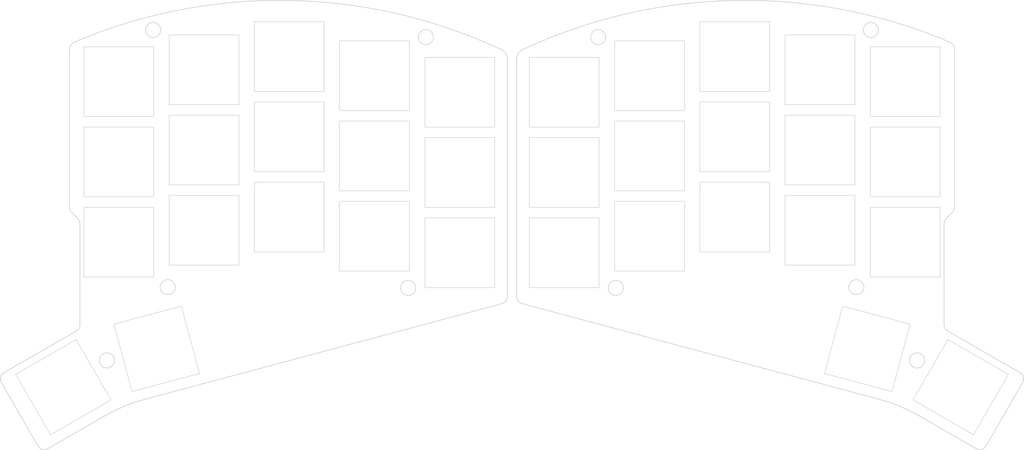
<source format=kicad_pcb>
(kicad_pcb (version 20211014) (generator pcbnew)
  (title_block (title "Kretsträd") (company "by JW"))
  (layers (0 "F.Cu" signal) (31 "B.Cu" signal) (34 "B.Paste" user) (35 "F.Paste" user) (36 "B.SilkS" user "B.Silkscreen") (37 "F.SilkS" user "F.Silkscreen") (38 "B.Mask" user) (39 "F.Mask" user) (44 "Edge.Cuts" user))
  (net 0 "")
  (footprint "jw_custom_footprint:Kailh_socket_PG1350_v1_reversible_cutout_under_switch_plate" (layer "F.Cu") (at 179.477867 97.881934 180)
    (fp_text reference "SW12")
    (fp_text value "SW_PUSH")
    (fp_rect (start -7.4 -7.4) (end 7.4 7.4) (layer "Edge.Cuts") (width 0.12) (fill none))
  )
  (footprint "jw_custom_footprint:MountingHole_3.2mm_M3_cutout" (layer "F.Cu") (at 172.332334 108.853593)
    (fp_text reference "TH3")
    (fp_text value "HOLE")
    (fp_circle (center 0 0) (end 1.6 0) (layer "Edge.Cuts") (width 0.15) (fill none))
  )
  (footprint "jw_custom_footprint:Kailh_socket_PG1350_v1_reversible_cutout_under_switch_plate" (layer "F.Cu") (at 197.562667 76.793934 180)
    (fp_text reference "SW8")
    (fp_text value "SW_PUSH")
    (fp_rect (start -7.4 -7.4) (end 7.4 7.4) (layer "Edge.Cuts") (width 0.12) (fill none))
  )
  (footprint "jw_custom_footprint:Kailh_socket_PG1350_v1_reversible_cutout_under_switch_plate" (layer "F.Cu") (at 179.477867 80.863934 180)
    (fp_text reference "SW7")
    (fp_text value "SW_PUSH")
    (fp_rect (start -7.4 -7.4) (end 7.4 7.4) (layer "Edge.Cuts") (width 0.12) (fill none))
  )
  (footprint "jw_custom_footprint:Kailh_socket_PG1350_v1_reversible_cutout_under_switch_plate" (layer "F.Cu") (at 197.562667 93.811934 180)
    (fp_text reference "SW13")
    (fp_text value "SW_PUSH")
    (fp_rect (start -7.4 -7.4) (end 7.4 7.4) (layer "Edge.Cuts") (width 0.12) (fill none))
  )
  (footprint "jw_custom_footprint:Kailh_socket_PG1350_v1_reversible_cutout_under_switch_plate" (layer "F.Cu") (at 179.477867 63.845934 180)
    (fp_text reference "SW2")
    (fp_text value "SW_PUSH")
    (fp_rect (start -7.4 -7.4) (end 7.4 7.4) (layer "Edge.Cuts") (width 0.12) (fill none))
  )
  (footprint "jw_custom_footprint:Kailh_socket_PG1350_v1_reversible_cutout_under_switch_plate" (layer "F.Cu") (at 161.393067 101.381934 180)
    (fp_text reference "SW11")
    (fp_text value "SW_PUSH")
    (fp_rect (start -7.4 -7.4) (end 7.4 7.4) (layer "Edge.Cuts") (width 0.12) (fill none))
  )
  (footprint "jw_custom_footprint:Kailh_socket_PG1350_v1_reversible_cutout_under_switch_plate" (layer "F.Cu") (at 215.647467 62.575734 180)
    (fp_text reference "SW4")
    (fp_text value "SW_PUSH")
    (fp_rect (start -7.4 -7.4) (end 7.4 7.4) (layer "Edge.Cuts") (width 0.12) (fill none))
  )
  (footprint "jw_custom_footprint:MountingHole_3.2mm_M3_cutout" (layer "F.Cu") (at 223.356528 108.693133)
    (fp_text reference "TH4")
    (fp_text value "HOLE")
    (fp_circle (center 0 0) (end 1.6 0) (layer "Edge.Cuts") (width 0.15) (fill none))
  )
  (footprint "jw_custom_footprint:Kailh_socket_PG1350_v1_reversible_cutout_under_switch_plate" (layer "F.Cu") (at 245.505328 129.902133 -30)
    (fp_text reference "SW17")
    (fp_text value "SW_PUSH")
    (fp_rect (start -7.4 -7.4) (end 7.4 7.4) (layer "Edge.Cuts") (width 0.12) (fill none))
  )
  (footprint "jw_custom_footprint:Kailh_socket_PG1350_v1_reversible_cutout_under_switch_plate" (layer "F.Cu") (at 197.562667 59.775934 180)
    (fp_text reference "SW3")
    (fp_text value "SW_PUSH")
    (fp_rect (start -7.4 -7.4) (end 7.4 7.4) (layer "Edge.Cuts") (width 0.12) (fill none))
  )
  (footprint "jw_custom_footprint:Kailh_socket_PG1350_v1_reversible_cutout_under_switch_plate" (layer "F.Cu") (at 215.647467 96.611934 180)
    (fp_text reference "SW14")
    (fp_text value "SW_PUSH")
    (fp_rect (start -7.4 -7.4) (end 7.4 7.4) (layer "Edge.Cuts") (width 0.12) (fill none))
  )
  (footprint "jw_custom_footprint:Kailh_socket_PG1350_v1_reversible_cutout_under_switch_plate" (layer "F.Cu") (at 215.647467 79.593934 180)
    (fp_text reference "SW9")
    (fp_text value "SW_PUSH")
    (fp_rect (start -7.4 -7.4) (end 7.4 7.4) (layer "Edge.Cuts") (width 0.12) (fill none))
  )
  (footprint "jw_custom_footprint:MountingHole_3.2mm_M3_cutout" (layer "F.Cu") (at 168.598544 55.650187)
    (fp_text reference "TH1")
    (fp_text value "HOLE")
    (fp_circle (center 0 0) (end 1.6 0) (layer "Edge.Cuts") (width 0.15) (fill none))
  )
  (footprint "jw_custom_footprint:Kailh_socket_PG1350_v1_reversible_cutout_under_switch_plate" (layer "F.Cu") (at 161.393067 84.363934 180)
    (fp_text reference "SW6")
    (fp_text value "SW_PUSH")
    (fp_rect (start -7.4 -7.4) (end 7.4 7.4) (layer "Edge.Cuts") (width 0.12) (fill none))
  )
  (footprint "jw_custom_footprint:Kailh_socket_PG1350_v1_reversible_cutout_under_switch_plate" (layer "F.Cu") (at 161.393067 67.345934 180)
    (fp_text reference "SW1")
    (fp_text value "SW_PUSH")
    (fp_rect (start -7.4 -7.4) (end 7.4 7.4) (layer "Edge.Cuts") (width 0.12) (fill none))
  )
  (footprint "jw_custom_footprint:Kailh_socket_PG1350_v1_reversible_cutout_under_switch_plate" (layer "F.Cu") (at 233.732267 99.151534 180)
    (fp_text reference "SW15")
    (fp_text value "SW_PUSH")
    (fp_rect (start -7.4 -7.4) (end 7.4 7.4) (layer "Edge.Cuts") (width 0.12) (fill none))
  )
  (footprint "jw_custom_footprint:MountingHole_3.2mm_M3_cutout" (layer "F.Cu") (at 236.234328 124.237933)
    (fp_text reference "TH5")
    (fp_text value "HOLE")
    (fp_circle (center 0 0) (end 1.6 0) (layer "Edge.Cuts") (width 0.15) (fill none))
  )
  (footprint "jw_custom_footprint:MountingHole_3.2mm_M3_cutout" (layer "F.Cu") (at 226.455328 54.151587)
    (fp_text reference "TH2")
    (fp_text value "HOLE")
    (fp_circle (center 0 0) (end 1.6 0) (layer "Edge.Cuts") (width 0.15) (fill none))
  )
  (footprint "jw_custom_footprint:Kailh_socket_PG1350_v1_reversible_cutout_under_switch_plate" (layer "F.Cu") (at 225.693328 121.774133 -15)
    (fp_text reference "SW16")
    (fp_text value "SW_PUSH")
    (fp_rect (start -7.4 -7.4) (end 7.4 7.4) (layer "Edge.Cuts") (width 0.12) (fill none))
  )
  (footprint "jw_custom_footprint:Kailh_socket_PG1350_v1_reversible_cutout_under_switch_plate" (layer "F.Cu") (at 233.732267 65.115534 180)
    (fp_text reference "SW5")
    (fp_text value "SW_PUSH")
    (fp_rect (start -7.4 -7.4) (end 7.4 7.4) (layer "Edge.Cuts") (width 0.12) (fill none))
  )
  (footprint "jw_custom_footprint:Kailh_socket_PG1350_v1_reversible_cutout_under_switch_plate" (layer "F.Cu") (at 233.732267 82.133534 180)
    (fp_text reference "SW10")
    (fp_text value "SW_PUSH")
    (fp_rect (start -7.4 -7.4) (end 7.4 7.4) (layer "Edge.Cuts") (width 0.12) (fill none))
  )
  (footprint "jw_custom_footprint:MountingHole_3.2mm_M3_cutout" (layer "B.Cu") (at 64.407508 124.237933 180)
    (fp_text reference "TH5")
    (fp_text value "HOLE")
    (fp_circle (center 0 0) (end 1.6 0) (layer "Edge.Cuts") (width 0.15) (fill none))
  )
  (footprint "jw_custom_footprint:Kailh_socket_PG1350_v1_reversible_cutout_under_switch_plate" (layer "B.Cu") (at 74.948508 121.774133 -165)
    (fp_text reference "SW16")
    (fp_text value "SW_PUSH")
    (fp_rect (start -7.4 7.4) (end 7.4 -7.4) (layer "Edge.Cuts") (width 0.12) (fill none))
  )
  (footprint "jw_custom_footprint:Kailh_socket_PG1350_v1_reversible_cutout_under_switch_plate" (layer "B.Cu") (at 121.163969 97.881934)
    (fp_text reference "SW12")
    (fp_text value "SW_PUSH")
    (fp_rect (start -7.4 7.4) (end 7.4 -7.4) (layer "Edge.Cuts") (width 0.12) (fill none))
  )
  (footprint "jw_custom_footprint:Kailh_socket_PG1350_v1_reversible_cutout_under_switch_plate" (layer "B.Cu") (at 66.909569 82.133534)
    (fp_text reference "SW10")
    (fp_text value "SW_PUSH")
    (fp_rect (start -7.4 7.4) (end 7.4 -7.4) (layer "Edge.Cuts") (width 0.12) (fill none))
  )
  (footprint "jw_custom_footprint:Kailh_socket_PG1350_v1_reversible_cutout_under_switch_plate" (layer "B.Cu") (at 121.163969 80.863934)
    (fp_text reference "SW7")
    (fp_text value "SW_PUSH")
    (fp_rect (start -7.4 7.4) (end 7.4 -7.4) (layer "Edge.Cuts") (width 0.12) (fill none))
  )
  (footprint "jw_custom_footprint:Kailh_socket_PG1350_v1_reversible_cutout_under_switch_plate" (layer "B.Cu") (at 103.079169 93.811934)
    (fp_text reference "SW13")
    (fp_text value "SW_PUSH")
    (fp_rect (start -7.4 7.4) (end 7.4 -7.4) (layer "Edge.Cuts") (width 0.12) (fill none))
  )
  (footprint "jw_custom_footprint:MountingHole_3.2mm_M3_cutout" (layer "B.Cu") (at 77.285308 108.693133 180)
    (fp_text reference "TH4")
    (fp_text value "HOLE")
    (fp_circle (center 0 0) (end 1.6 0) (layer "Edge.Cuts") (width 0.15) (fill none))
  )
  (footprint "jw_custom_footprint:MountingHole_3.2mm_M3_cutout" (layer "B.Cu") (at 74.186508 54.151587 180)
    (fp_text reference "TH2")
    (fp_text value "HOLE")
    (fp_circle (center 0 0) (end 1.6 0) (layer "Edge.Cuts") (width 0.15) (fill none))
  )
  (footprint "jw_custom_footprint:Kailh_socket_PG1350_v1_reversible_cutout_under_switch_plate" (layer "B.Cu") (at 121.163969 63.845934)
    (fp_text reference "SW2")
    (fp_text value "SW_PUSH")
    (fp_rect (start -7.4 7.4) (end 7.4 -7.4) (layer "Edge.Cuts") (width 0.12) (fill none))
  )
  (footprint "jw_custom_footprint:Kailh_socket_PG1350_v1_reversible_cutout_under_switch_plate" (layer "B.Cu") (at 84.994369 62.575734)
    (fp_text reference "SW4")
    (fp_text value "SW_PUSH")
    (fp_rect (start -7.4 7.4) (end 7.4 -7.4) (layer "Edge.Cuts") (width 0.12) (fill none))
  )
  (footprint "jw_custom_footprint:Kailh_socket_PG1350_v1_reversible_cutout_under_switch_plate" (layer "B.Cu") (at 66.909569 99.151534)
    (fp_text reference "SW15")
    (fp_text value "SW_PUSH")
    (fp_rect (start -7.4 7.4) (end 7.4 -7.4) (layer "Edge.Cuts") (width 0.12) (fill none))
  )
  (footprint "jw_custom_footprint:Kailh_socket_PG1350_v1_reversible_cutout_under_switch_plate" (layer "B.Cu") (at 103.079169 76.793934)
    (fp_text reference "SW8")
    (fp_text value "SW_PUSH")
    (fp_rect (start -7.4 7.4) (end 7.4 -7.4) (layer "Edge.Cuts") (width 0.12) (fill none))
  )
  (footprint "jw_custom_footprint:MountingHole_3.2mm_M3_cutout" (layer "B.Cu") (at 132.043292 55.650187 180)
    (fp_text reference "TH1")
    (fp_text value "HOLE")
    (fp_circle (center 0 0) (end 1.6 0) (layer "Edge.Cuts") (width 0.15) (fill none))
  )
  (footprint "jw_custom_footprint:MountingHole_3.2mm_M3_cutout" (layer "B.Cu") (at 128.309502 108.853593 180)
    (fp_text reference "TH3")
    (fp_text value "HOLE")
    (fp_circle (center 0 0) (end 1.6 0) (layer "Edge.Cuts") (width 0.15) (fill none))
  )
  (footprint "jw_custom_footprint:Kailh_socket_PG1350_v1_reversible_cutout_under_switch_plate" (layer "B.Cu") (at 139.248769 101.381934)
    (fp_text reference "SW11")
    (fp_text value "SW_PUSH")
    (fp_rect (start -7.4 7.4) (end 7.4 -7.4) (layer "Edge.Cuts") (width 0.12) (fill none))
  )
  (footprint "jw_custom_footprint:Kailh_socket_PG1350_v1_reversible_cutout_under_switch_plate" (layer "B.Cu") (at 66.909569 65.115534)
    (fp_text reference "SW5")
    (fp_text value "SW_PUSH")
    (fp_rect (start -7.4 7.4) (end 7.4 -7.4) (layer "Edge.Cuts") (width 0.12) (fill none))
  )
  (footprint "jw_custom_footprint:Kailh_socket_PG1350_v1_reversible_cutout_under_switch_plate" (layer "B.Cu") (at 84.994369 96.611934)
    (fp_text reference "SW14")
    (fp_text value "SW_PUSH")
    (fp_rect (start -7.4 7.4) (end 7.4 -7.4) (layer "Edge.Cuts") (width 0.12) (fill none))
  )
  (footprint "jw_custom_footprint:Kailh_socket_PG1350_v1_reversible_cutout_under_switch_plate" (layer "B.Cu") (at 139.248769 67.345934)
    (fp_text reference "SW1")
    (fp_text value "SW_PUSH")
    (fp_rect (start -7.4 7.4) (end 7.4 -7.4) (layer "Edge.Cuts") (width 0.12) (fill none))
  )
  (footprint "jw_custom_footprint:Kailh_socket_PG1350_v1_reversible_cutout_under_switch_plate" (layer "B.Cu") (at 84.994369 79.593934)
    (fp_text reference "SW9")
    (fp_text value "SW_PUSH")
    (fp_rect (start -7.4 7.4) (end 7.4 -7.4) (layer "Edge.Cuts") (width 0.12) (fill none))
  )
  (footprint "jw_custom_footprint:Kailh_socket_PG1350_v1_reversible_cutout_under_switch_plate" (layer "B.Cu") (at 139.248769 84.363934)
    (fp_text reference "SW6")
    (fp_text value "SW_PUSH")
    (fp_rect (start -7.4 7.4) (end 7.4 -7.4) (layer "Edge.Cuts") (width 0.12) (fill none))
  )
  (footprint "jw_custom_footprint:Kailh_socket_PG1350_v1_reversible_cutout_under_switch_plate" (layer "B.Cu") (at 55.136508 129.902133 -150)
    (fp_text reference "SW17")
    (fp_text value "SW_PUSH")
    (fp_rect (start -7.4 7.4) (end 7.4 -7.4) (layer "Edge.Cuts") (width 0.12) (fill none))
  )
  (footprint "jw_custom_footprint:Kailh_socket_PG1350_v1_reversible_cutout_under_switch_plate" (layer "B.Cu") (at 103.079169 59.775934)
    (fp_text reference "SW3")
    (fp_text value "SW_PUSH")
    (fp_rect (start -7.4 7.4) (end 7.4 -7.4) (layer "Edge.Cuts") (width 0.12) (fill none))
  )
  (gr_arc (start 258.184817 126.869986) (mid 258.811484 127.752108) (end 258.692344 128.827587) (layer "Edge.Cuts") (width 0.15))
  (gr_line (start 149.320918 110.697177) (end 149.320918 60.349187) (layer "Edge.Cuts") (width 0.15))
  (gr_arc (start 57.494047 56.691587) (mid 102.970156 47.868609) (end 148.100508 58.317187) (layer "Edge.Cuts") (width 0.15))
  (gr_line (start 244.214589 58.367987) (end 244.214589 91.591187) (layer "Edge.Cuts") (width 0.15))
  (gr_line (start 243.706344 92.861187) (end 242.487144 94.080387) (layer "Edge.Cuts") (width 0.15))
  (gr_arc (start 58.662692 116.635587) (mid 58.469097 117.436262) (end 57.875292 118.007187) (layer "Edge.Cuts") (width 0.15))
  (gr_arc (start 151.320918 60.349187) (mid 151.629509 59.152043) (end 152.541328 58.317187) (layer "Edge.Cuts") (width 0.15))
  (gr_arc (start 244.214589 91.591187) (mid 244.095603 92.280268) (end 243.706344 92.861187) (layer "Edge.Cuts") (width 0.15))
  (gr_line (start 152.388928 112.166946) (end 228.117066 132.450929) (layer "Edge.Cuts") (width 0.15))
  (gr_line (start 248.894266 143.017329) (end 236.372066 135.803729) (layer "Edge.Cuts") (width 0.15))
  (gr_line (start 58.154692 94.080387) (end 56.935492 92.861187) (layer "Edge.Cuts") (width 0.15))
  (gr_arc (start 152.541328 58.317187) (mid 197.67168 47.868607) (end 243.147789 56.691587) (layer "Edge.Cuts") (width 0.15))
  (gr_line (start 58.662692 116.635587) (end 58.662937 95.350387) (layer "Edge.Cuts") (width 0.15))
  (gr_arc (start 148.100508 58.317187) (mid 149.012346 59.152031) (end 149.320918 60.349187) (layer "Edge.Cuts") (width 0.15))
  (gr_arc (start 152.388928 112.166946) (mid 151.604318 111.614147) (end 151.320918 110.697177) (layer "Edge.Cuts") (width 0.15))
  (gr_arc (start 243.147789 56.691587) (mid 243.929349 57.371855) (end 244.214589 58.367987) (layer "Edge.Cuts") (width 0.15))
  (gr_arc (start 241.978899 95.350387) (mid 242.097885 94.661306) (end 242.487144 94.080387) (layer "Edge.Cuts") (width 0.15))
  (gr_arc (start 56.935492 92.861187) (mid 56.546233 92.280268) (end 56.427247 91.591187) (layer "Edge.Cuts") (width 0.15))
  (gr_line (start 41.949492 128.827587) (end 49.840769 142.509802) (layer "Edge.Cuts") (width 0.15))
  (gr_line (start 258.184817 126.869986) (end 242.766544 118.007187) (layer "Edge.Cuts") (width 0.15))
  (gr_line (start 250.801067 142.509802) (end 258.692344 128.827587) (layer "Edge.Cuts") (width 0.15))
  (gr_line (start 57.875292 118.007187) (end 42.457019 126.869986) (layer "Edge.Cuts") (width 0.15))
  (gr_arc (start 250.801067 142.509802) (mid 249.943413 143.123259) (end 248.894266 143.017329) (layer "Edge.Cuts") (width 0.15))
  (gr_line (start 72.52477 132.450929) (end 148.252908 112.166946) (layer "Edge.Cuts") (width 0.15))
  (gr_arc (start 228.117066 132.450929) (mid 232.345849 133.877957) (end 236.372066 135.803729) (layer "Edge.Cuts") (width 0.15))
  (gr_arc (start 51.74757 143.017329) (mid 50.698413 143.123298) (end 49.840769 142.509802) (layer "Edge.Cuts") (width 0.15))
  (gr_arc (start 56.427247 58.367987) (mid 56.712427 57.371816) (end 57.494047 56.691587) (layer "Edge.Cuts") (width 0.15))
  (gr_arc (start 41.949492 128.827587) (mid 41.830352 127.752107) (end 42.457019 126.869986) (layer "Edge.Cuts") (width 0.15))
  (gr_arc (start 149.320918 110.697177) (mid 149.037454 111.614101) (end 148.252908 112.166946) (layer "Edge.Cuts") (width 0.15))
  (gr_arc (start 58.154692 94.080387) (mid 58.543951 94.661306) (end 58.662937 95.350387) (layer "Edge.Cuts") (width 0.15))
  (gr_line (start 56.427247 91.591187) (end 56.427247 58.367987) (layer "Edge.Cuts") (width 0.15))
  (gr_line (start 241.978899 95.350387) (end 241.979144 116.635587) (layer "Edge.Cuts") (width 0.15))
  (gr_line (start 64.26977 135.803729) (end 51.74757 143.017329) (layer "Edge.Cuts") (width 0.15))
  (gr_arc (start 64.26977 135.803729) (mid 68.295985 133.877952) (end 72.52477 132.450929) (layer "Edge.Cuts") (width 0.15))
  (gr_line (start 151.320918 60.349187) (end 151.320918 110.697177) (layer "Edge.Cuts") (width 0.15))
  (gr_arc (start 242.766544 118.007187) (mid 242.172739 117.436262) (end 241.979144 116.635587) (layer "Edge.Cuts") (width 0.15))
)
</source>
